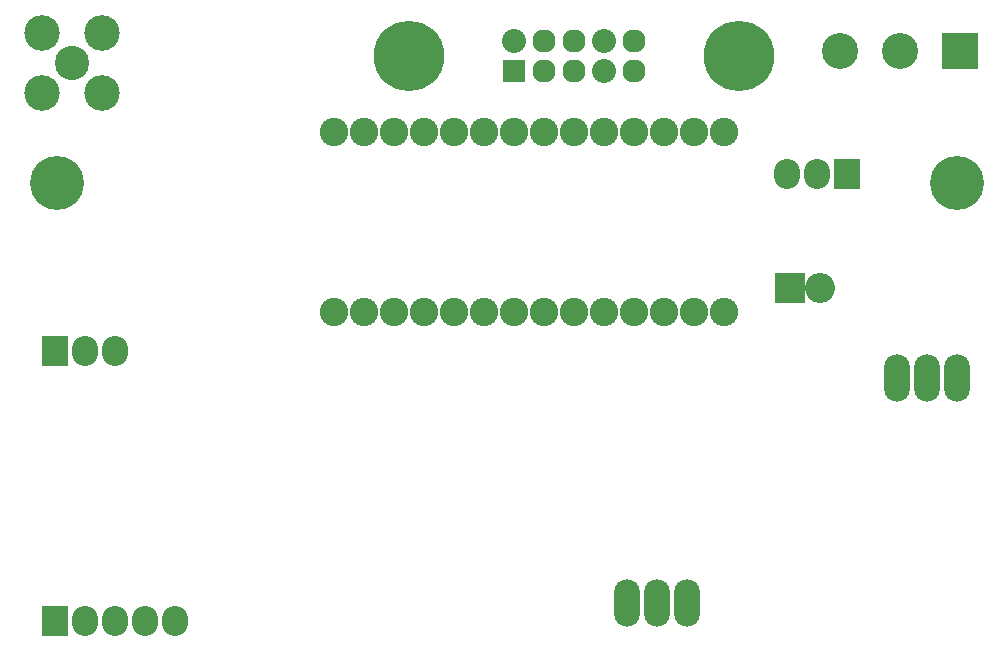
<source format=gbs>
G04 #@! TF.FileFunction,Soldermask,Bot*
%FSLAX46Y46*%
G04 Gerber Fmt 4.6, Leading zero omitted, Abs format (unit mm)*
G04 Created by KiCad (PCBNEW 4.0.1-stable) date 2017-04-04 7:48:20 AM*
%MOMM*%
G01*
G04 APERTURE LIST*
%ADD10C,0.150000*%
%ADD11C,5.969000*%
%ADD12R,1.908000X1.908000*%
%ADD13C,2.032000*%
%ADD14C,1.958000*%
%ADD15C,2.908000*%
%ADD16C,3.008000*%
%ADD17R,3.048000X3.048000*%
%ADD18C,3.048000*%
%ADD19R,2.540000X2.540000*%
%ADD20O,2.540000X2.540000*%
%ADD21R,2.235200X2.540000*%
%ADD22O,2.235200X2.540000*%
%ADD23O,2.207260X4.008120*%
%ADD24C,2.408000*%
%ADD25C,4.572000*%
G04 APERTURE END LIST*
D10*
D11*
X50165000Y-19685000D03*
X78105000Y-19685000D03*
D12*
X59055000Y-20955000D03*
D13*
X59055000Y-18415000D03*
D14*
X61595000Y-20955000D03*
X61595000Y-18415000D03*
X64135000Y-20955000D03*
X64135000Y-18415000D03*
D13*
X66675000Y-20955000D03*
X66675000Y-18415000D03*
D14*
X69215000Y-20955000D03*
X69215000Y-18415000D03*
D15*
X21590000Y-20320000D03*
D16*
X19050000Y-17780000D03*
X24130000Y-17780000D03*
X24130000Y-22860000D03*
X19050000Y-22860000D03*
D17*
X96774000Y-19304000D03*
D18*
X91694000Y-19304000D03*
X86614000Y-19304000D03*
D19*
X82423000Y-39370000D03*
D20*
X84963000Y-39370000D03*
D21*
X87249000Y-29718000D03*
D22*
X84709000Y-29718000D03*
X82169000Y-29718000D03*
D23*
X71120000Y-66040000D03*
X73660000Y-66040000D03*
X68580000Y-66040000D03*
X93980000Y-46990000D03*
X91440000Y-46990000D03*
X96520000Y-46990000D03*
D21*
X20193000Y-67564000D03*
D22*
X22733000Y-67564000D03*
X25273000Y-67564000D03*
X27813000Y-67564000D03*
X30353000Y-67564000D03*
D21*
X20193000Y-44704000D03*
D22*
X22733000Y-44704000D03*
X25273000Y-44704000D03*
D24*
X46355000Y-41402000D03*
X48895000Y-41402000D03*
X51435000Y-41402000D03*
X53975000Y-41402000D03*
X56515000Y-41402000D03*
X59055000Y-41402000D03*
X61595000Y-41402000D03*
X64135000Y-41402000D03*
X66675000Y-41402000D03*
X69215000Y-41402000D03*
X71755000Y-41402000D03*
X74295000Y-41402000D03*
X76835000Y-41402000D03*
X76835000Y-26162000D03*
X74295000Y-26162000D03*
X71755000Y-26162000D03*
X69215000Y-26162000D03*
X66675000Y-26162000D03*
X64135000Y-26162000D03*
X61595000Y-26162000D03*
X59055000Y-26162000D03*
X56515000Y-26162000D03*
X53975000Y-26162000D03*
X51435000Y-26162000D03*
X48895000Y-26162000D03*
X46355000Y-26162000D03*
X43815000Y-26162000D03*
X43815000Y-41402000D03*
D25*
X20320000Y-30480000D03*
X96520000Y-30480000D03*
M02*

</source>
